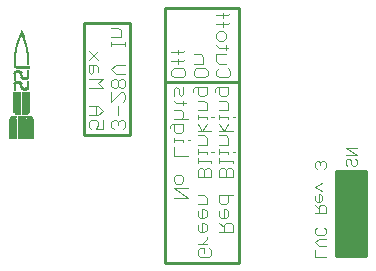
<source format=gbo>
G75*
%MOIN*%
%OFA0B0*%
%FSLAX25Y25*%
%IPPOS*%
%LPD*%
%AMOC8*
5,1,8,0,0,1.08239X$1,22.5*
%
%ADD10C,0.00400*%
%ADD11C,0.00300*%
%ADD12C,0.01000*%
%ADD13R,0.02550X0.00050*%
%ADD14R,0.02500X0.00050*%
%ADD15R,0.02450X0.00050*%
%ADD16R,0.02400X0.00050*%
%ADD17R,0.02350X0.00050*%
%ADD18R,0.02300X0.00050*%
%ADD19R,0.02250X0.00050*%
%ADD20R,0.02200X0.00050*%
%ADD21R,0.02150X0.00050*%
%ADD22R,0.02100X0.00050*%
%ADD23R,0.02050X0.00050*%
%ADD24R,0.02000X0.00050*%
%ADD25R,0.01950X0.00050*%
%ADD26R,0.01900X0.00050*%
%ADD27R,0.01850X0.00050*%
%ADD28R,0.01800X0.00050*%
%ADD29R,0.01750X0.00050*%
%ADD30R,0.01700X0.00050*%
%ADD31R,0.01600X0.00050*%
%ADD32R,0.01550X0.00050*%
%ADD33R,0.01500X0.00050*%
%ADD34R,0.01400X0.00050*%
%ADD35R,0.01300X0.00050*%
%ADD36R,0.01150X0.00050*%
%ADD37R,0.01350X0.00050*%
%ADD38R,0.00750X0.00050*%
%ADD39R,0.00950X0.00050*%
%ADD40R,0.02600X0.00050*%
%ADD41R,0.02650X0.00050*%
%ADD42R,0.02700X0.00050*%
%ADD43R,0.02800X0.00050*%
%ADD44R,0.01050X0.00050*%
%ADD45R,0.00900X0.00050*%
%ADD46R,0.00850X0.00050*%
%ADD47R,0.00800X0.00050*%
%ADD48R,0.01000X0.00050*%
%ADD49R,0.02750X0.00050*%
%ADD50R,0.01450X0.00050*%
%ADD51R,0.00650X0.00050*%
%ADD52R,0.01100X0.00050*%
%ADD53R,0.01250X0.00050*%
%ADD54R,0.03400X0.00050*%
%ADD55R,0.04450X0.00050*%
%ADD56R,0.04550X0.00050*%
%ADD57R,0.04650X0.00050*%
%ADD58R,0.04750X0.00050*%
%ADD59R,0.04800X0.00050*%
%ADD60R,0.04900X0.00050*%
%ADD61R,0.04950X0.00050*%
%ADD62R,0.05000X0.00050*%
%ADD63R,0.05050X0.00050*%
%ADD64R,0.05100X0.00050*%
%ADD65R,0.05150X0.00050*%
%ADD66R,0.05200X0.00050*%
%ADD67R,0.01650X0.00050*%
%ADD68R,0.01200X0.00050*%
%ADD69R,0.00700X0.00050*%
%ADD70R,0.00600X0.00050*%
%ADD71R,0.00550X0.00050*%
%ADD72R,0.00500X0.00050*%
%ADD73R,0.00450X0.00050*%
%ADD74R,0.00400X0.00050*%
%ADD75R,0.00350X0.00050*%
%ADD76R,0.00250X0.00050*%
%ADD77R,0.00200X0.00050*%
%ADD78R,0.00150X0.00050*%
%ADD79R,0.00100X0.00050*%
%ADD80R,0.00050X0.00050*%
D10*
X0075450Y0066297D02*
X0075450Y0067831D01*
X0076217Y0068599D01*
X0077752Y0068599D01*
X0077752Y0067064D01*
X0079287Y0068599D02*
X0080054Y0067831D01*
X0080054Y0066297D01*
X0079287Y0065529D01*
X0076217Y0065529D01*
X0075450Y0066297D01*
X0075450Y0070133D02*
X0078519Y0070133D01*
X0076985Y0070133D02*
X0078519Y0071668D01*
X0078519Y0072435D01*
X0077752Y0073970D02*
X0076217Y0073970D01*
X0075450Y0074737D01*
X0075450Y0076272D01*
X0076985Y0077039D02*
X0076985Y0073970D01*
X0077752Y0073970D02*
X0078519Y0074737D01*
X0078519Y0076272D01*
X0077752Y0077039D01*
X0076985Y0077039D01*
X0076985Y0078574D02*
X0076985Y0081643D01*
X0077752Y0081643D01*
X0078519Y0080876D01*
X0078519Y0079341D01*
X0077752Y0078574D01*
X0076217Y0078574D01*
X0075450Y0079341D01*
X0075450Y0080876D01*
X0075450Y0083178D02*
X0078519Y0083178D01*
X0078519Y0085480D01*
X0077752Y0086247D01*
X0075450Y0086247D01*
X0072241Y0085480D02*
X0067638Y0088549D01*
X0072241Y0088549D01*
X0070707Y0090851D02*
X0069939Y0090084D01*
X0068405Y0090084D01*
X0067638Y0090851D01*
X0067638Y0092386D01*
X0068405Y0093153D01*
X0069939Y0093153D01*
X0070707Y0092386D01*
X0070707Y0090851D01*
X0075450Y0092386D02*
X0075450Y0094688D01*
X0076217Y0095455D01*
X0076985Y0095455D01*
X0077752Y0094688D01*
X0077752Y0092386D01*
X0080054Y0092386D02*
X0080054Y0094688D01*
X0079287Y0095455D01*
X0078519Y0095455D01*
X0077752Y0094688D01*
X0080054Y0096989D02*
X0080054Y0097757D01*
X0075450Y0097757D01*
X0075450Y0098524D02*
X0075450Y0096989D01*
X0075450Y0100059D02*
X0075450Y0101593D01*
X0075450Y0100826D02*
X0078519Y0100826D01*
X0078519Y0100059D01*
X0080054Y0100826D02*
X0080821Y0100826D01*
X0082638Y0100826D02*
X0085707Y0100826D01*
X0085707Y0100059D01*
X0087241Y0100826D02*
X0088009Y0100826D01*
X0087241Y0097757D02*
X0082638Y0097757D01*
X0082638Y0098524D02*
X0082638Y0096989D01*
X0083405Y0095455D02*
X0082638Y0094688D01*
X0082638Y0092386D01*
X0087241Y0092386D01*
X0087241Y0094688D01*
X0086474Y0095455D01*
X0085707Y0095455D01*
X0084939Y0094688D01*
X0084939Y0092386D01*
X0084939Y0094688D02*
X0084172Y0095455D01*
X0083405Y0095455D01*
X0087241Y0096989D02*
X0087241Y0097757D01*
X0082638Y0100059D02*
X0082638Y0101593D01*
X0082638Y0103128D02*
X0085707Y0103128D01*
X0085707Y0105430D01*
X0084939Y0106197D01*
X0082638Y0106197D01*
X0082638Y0107732D02*
X0087241Y0107732D01*
X0085707Y0110034D02*
X0084172Y0107732D01*
X0082638Y0110034D01*
X0082638Y0111569D02*
X0082638Y0113103D01*
X0082638Y0112336D02*
X0085707Y0112336D01*
X0085707Y0111569D01*
X0087241Y0112336D02*
X0088009Y0112336D01*
X0085707Y0114638D02*
X0085707Y0116940D01*
X0084939Y0117707D01*
X0082638Y0117707D01*
X0083405Y0119242D02*
X0082638Y0120009D01*
X0082638Y0122311D01*
X0081870Y0122311D02*
X0081103Y0121544D01*
X0081103Y0120776D01*
X0081870Y0122311D02*
X0085707Y0122311D01*
X0085707Y0120009D01*
X0084939Y0119242D01*
X0083405Y0119242D01*
X0082638Y0114638D02*
X0085707Y0114638D01*
X0080821Y0112336D02*
X0080054Y0112336D01*
X0078519Y0112336D02*
X0078519Y0111569D01*
X0078519Y0112336D02*
X0075450Y0112336D01*
X0075450Y0111569D02*
X0075450Y0113103D01*
X0075450Y0114638D02*
X0078519Y0114638D01*
X0078519Y0116940D01*
X0077752Y0117707D01*
X0075450Y0117707D01*
X0076217Y0119242D02*
X0075450Y0120009D01*
X0075450Y0122311D01*
X0074683Y0122311D02*
X0078519Y0122311D01*
X0078519Y0120009D01*
X0077752Y0119242D01*
X0076217Y0119242D01*
X0073915Y0120776D02*
X0073915Y0121544D01*
X0074683Y0122311D01*
X0074967Y0125514D02*
X0074200Y0126281D01*
X0074200Y0127816D01*
X0074967Y0128583D01*
X0078037Y0128583D01*
X0078804Y0127816D01*
X0078804Y0126281D01*
X0078037Y0125514D01*
X0074967Y0125514D01*
X0071304Y0126281D02*
X0071304Y0127816D01*
X0070537Y0128583D01*
X0067467Y0128583D01*
X0066700Y0127816D01*
X0066700Y0126281D01*
X0067467Y0125514D01*
X0070537Y0125514D01*
X0071304Y0126281D01*
X0070707Y0122311D02*
X0070707Y0120009D01*
X0069939Y0119242D01*
X0069172Y0120009D01*
X0069172Y0121544D01*
X0068405Y0122311D01*
X0067638Y0121544D01*
X0067638Y0119242D01*
X0067638Y0117707D02*
X0068405Y0116940D01*
X0071474Y0116940D01*
X0070707Y0116173D02*
X0070707Y0117707D01*
X0069939Y0114638D02*
X0067638Y0114638D01*
X0069939Y0114638D02*
X0070707Y0113871D01*
X0070707Y0112336D01*
X0069939Y0111569D01*
X0070707Y0110034D02*
X0066870Y0110034D01*
X0066103Y0109267D01*
X0066103Y0108499D01*
X0067638Y0107732D02*
X0067638Y0110034D01*
X0067638Y0111569D02*
X0072241Y0111569D01*
X0070707Y0110034D02*
X0070707Y0107732D01*
X0069939Y0106965D01*
X0068405Y0106965D01*
X0067638Y0107732D01*
X0067638Y0105430D02*
X0067638Y0103895D01*
X0067638Y0104663D02*
X0070707Y0104663D01*
X0070707Y0103895D01*
X0072241Y0104663D02*
X0073009Y0104663D01*
X0075450Y0106197D02*
X0077752Y0106197D01*
X0078519Y0105430D01*
X0078519Y0103128D01*
X0075450Y0103128D01*
X0075450Y0107732D02*
X0080054Y0107732D01*
X0078519Y0110034D02*
X0076985Y0107732D01*
X0075450Y0110034D01*
X0067638Y0102361D02*
X0067638Y0099291D01*
X0072241Y0099291D01*
X0075450Y0092386D02*
X0080054Y0092386D01*
X0082638Y0086247D02*
X0082638Y0083945D01*
X0083405Y0083178D01*
X0084939Y0083178D01*
X0085707Y0083945D01*
X0085707Y0086247D01*
X0087241Y0086247D02*
X0082638Y0086247D01*
X0084172Y0081643D02*
X0084172Y0078574D01*
X0083405Y0078574D02*
X0084939Y0078574D01*
X0085707Y0079341D01*
X0085707Y0080876D01*
X0084939Y0081643D01*
X0084172Y0081643D01*
X0082638Y0080876D02*
X0082638Y0079341D01*
X0083405Y0078574D01*
X0082638Y0077039D02*
X0084172Y0075505D01*
X0084172Y0076272D02*
X0084172Y0073970D01*
X0082638Y0073970D02*
X0087241Y0073970D01*
X0087241Y0076272D01*
X0086474Y0077039D01*
X0084939Y0077039D01*
X0084172Y0076272D01*
X0072241Y0085480D02*
X0067638Y0085480D01*
X0050537Y0108237D02*
X0051304Y0109004D01*
X0051304Y0110538D01*
X0050537Y0111306D01*
X0049769Y0111306D01*
X0049002Y0110538D01*
X0048235Y0111306D01*
X0047467Y0111306D01*
X0046700Y0110538D01*
X0046700Y0109004D01*
X0047467Y0108237D01*
X0049002Y0109771D02*
X0049002Y0110538D01*
X0049002Y0112840D02*
X0049002Y0115910D01*
X0050537Y0117444D02*
X0051304Y0118212D01*
X0051304Y0119746D01*
X0050537Y0120514D01*
X0049769Y0120514D01*
X0046700Y0117444D01*
X0046700Y0120514D01*
X0047467Y0122048D02*
X0046700Y0122816D01*
X0046700Y0124350D01*
X0047467Y0125118D01*
X0048235Y0125118D01*
X0049002Y0124350D01*
X0049002Y0122816D01*
X0049769Y0122048D01*
X0050537Y0122048D01*
X0051304Y0122816D01*
X0051304Y0124350D01*
X0050537Y0125118D01*
X0049769Y0125118D01*
X0049002Y0124350D01*
X0049002Y0122816D02*
X0048235Y0122048D01*
X0047467Y0122048D01*
X0048235Y0126652D02*
X0046700Y0128187D01*
X0048235Y0129721D01*
X0051304Y0129721D01*
X0051304Y0126652D02*
X0048235Y0126652D01*
X0043804Y0125118D02*
X0042269Y0123583D01*
X0043804Y0122048D01*
X0039200Y0122048D01*
X0039200Y0125118D02*
X0043804Y0125118D01*
X0042269Y0127420D02*
X0042269Y0128954D01*
X0041502Y0129721D01*
X0039200Y0129721D01*
X0039200Y0127420D01*
X0039967Y0126652D01*
X0040735Y0127420D01*
X0040735Y0129721D01*
X0042269Y0131256D02*
X0039200Y0134325D01*
X0039200Y0131256D02*
X0042269Y0134325D01*
X0046700Y0135860D02*
X0046700Y0137395D01*
X0046700Y0136627D02*
X0051304Y0136627D01*
X0051304Y0135860D02*
X0051304Y0137395D01*
X0049769Y0138929D02*
X0049769Y0141231D01*
X0049002Y0141999D01*
X0046700Y0141999D01*
X0046700Y0138929D02*
X0049769Y0138929D01*
X0066700Y0133954D02*
X0070537Y0133954D01*
X0071304Y0134721D01*
X0069002Y0134721D02*
X0069002Y0133187D01*
X0069002Y0131652D02*
X0069002Y0130118D01*
X0070537Y0130885D02*
X0071304Y0131652D01*
X0070537Y0130885D02*
X0066700Y0130885D01*
X0074200Y0130118D02*
X0077269Y0130118D01*
X0077269Y0132420D01*
X0076502Y0133187D01*
X0074200Y0133187D01*
X0081700Y0133187D02*
X0081700Y0130885D01*
X0082467Y0130118D01*
X0084769Y0130118D01*
X0085537Y0128583D02*
X0086304Y0127816D01*
X0086304Y0126281D01*
X0085537Y0125514D01*
X0082467Y0125514D01*
X0081700Y0126281D01*
X0081700Y0127816D01*
X0082467Y0128583D01*
X0081700Y0133187D02*
X0084769Y0133187D01*
X0084769Y0134722D02*
X0084769Y0136256D01*
X0085537Y0135489D02*
X0082467Y0135489D01*
X0081700Y0136256D01*
X0082467Y0137791D02*
X0081700Y0138558D01*
X0081700Y0140093D01*
X0082467Y0140860D01*
X0084002Y0140860D01*
X0084769Y0140093D01*
X0084769Y0138558D01*
X0084002Y0137791D01*
X0082467Y0137791D01*
X0084002Y0142395D02*
X0084002Y0143929D01*
X0084002Y0145464D02*
X0084002Y0146999D01*
X0085537Y0146231D02*
X0081700Y0146231D01*
X0081700Y0143162D02*
X0085537Y0143162D01*
X0086304Y0143929D01*
X0085537Y0146231D02*
X0086304Y0146999D01*
X0043804Y0114375D02*
X0042269Y0112840D01*
X0039200Y0112840D01*
X0039967Y0111306D02*
X0039200Y0110538D01*
X0039200Y0109004D01*
X0039967Y0108237D01*
X0041502Y0108237D02*
X0042269Y0109771D01*
X0042269Y0110538D01*
X0041502Y0111306D01*
X0039967Y0111306D01*
X0041502Y0112840D02*
X0041502Y0115910D01*
X0042269Y0115910D02*
X0039200Y0115910D01*
X0042269Y0115910D02*
X0043804Y0114375D01*
X0043804Y0111306D02*
X0043804Y0108237D01*
X0041502Y0108237D01*
D11*
X0114525Y0096964D02*
X0114525Y0095730D01*
X0115142Y0095113D01*
X0116377Y0096347D02*
X0116377Y0096964D01*
X0115759Y0097581D01*
X0115142Y0097581D01*
X0114525Y0096964D01*
X0116377Y0096964D02*
X0116994Y0097581D01*
X0117611Y0097581D01*
X0118228Y0096964D01*
X0118228Y0095730D01*
X0117611Y0095113D01*
X0116994Y0090215D02*
X0114525Y0088981D01*
X0116994Y0087746D01*
X0116377Y0086532D02*
X0115759Y0086532D01*
X0115759Y0084063D01*
X0115142Y0084063D02*
X0116377Y0084063D01*
X0116994Y0084680D01*
X0116994Y0085915D01*
X0116377Y0086532D01*
X0114525Y0085915D02*
X0114525Y0084680D01*
X0115142Y0084063D01*
X0114525Y0082849D02*
X0115759Y0081614D01*
X0115759Y0082232D02*
X0115759Y0080380D01*
X0114525Y0080380D02*
X0118228Y0080380D01*
X0118228Y0082232D01*
X0117611Y0082849D01*
X0116377Y0082849D01*
X0115759Y0082232D01*
X0115142Y0075483D02*
X0114525Y0074865D01*
X0114525Y0073631D01*
X0115142Y0073014D01*
X0117611Y0073014D01*
X0118228Y0073631D01*
X0118228Y0074865D01*
X0117611Y0075483D01*
X0118228Y0071799D02*
X0115759Y0071799D01*
X0114525Y0070565D01*
X0115759Y0069331D01*
X0118228Y0069331D01*
X0118228Y0065648D02*
X0114525Y0065648D01*
X0114525Y0068116D01*
X0125392Y0095983D02*
X0124775Y0096601D01*
X0124775Y0097835D01*
X0125392Y0098452D01*
X0126009Y0098452D01*
X0126627Y0097835D01*
X0126627Y0096601D01*
X0127244Y0095983D01*
X0127861Y0095983D01*
X0128478Y0096601D01*
X0128478Y0097835D01*
X0127861Y0098452D01*
X0128478Y0099666D02*
X0124775Y0102135D01*
X0128478Y0102135D01*
X0128478Y0099666D02*
X0124775Y0099666D01*
D12*
X0089312Y0063646D02*
X0064625Y0063646D01*
X0064625Y0123958D01*
X0089312Y0123958D01*
X0089312Y0148646D01*
X0064625Y0148646D01*
X0064625Y0123958D01*
X0053062Y0106458D02*
X0053062Y0143646D01*
X0037438Y0143646D01*
X0037438Y0106458D01*
X0053062Y0106458D01*
X0089312Y0123958D02*
X0089312Y0063646D01*
X0121500Y0066146D02*
X0121500Y0094271D01*
X0131500Y0094271D01*
X0131500Y0066146D01*
X0121500Y0066146D01*
X0121500Y0066292D02*
X0131500Y0066292D01*
X0131500Y0067290D02*
X0121500Y0067290D01*
X0121500Y0068289D02*
X0131500Y0068289D01*
X0131500Y0069287D02*
X0121500Y0069287D01*
X0121500Y0070286D02*
X0131500Y0070286D01*
X0131500Y0071284D02*
X0121500Y0071284D01*
X0121500Y0072283D02*
X0131500Y0072283D01*
X0131500Y0073281D02*
X0121500Y0073281D01*
X0121500Y0074280D02*
X0131500Y0074280D01*
X0131500Y0075278D02*
X0121500Y0075278D01*
X0121500Y0076277D02*
X0131500Y0076277D01*
X0131500Y0077275D02*
X0121500Y0077275D01*
X0121500Y0078274D02*
X0131500Y0078274D01*
X0131500Y0079272D02*
X0121500Y0079272D01*
X0121500Y0080271D02*
X0131500Y0080271D01*
X0131500Y0081269D02*
X0121500Y0081269D01*
X0121500Y0082268D02*
X0131500Y0082268D01*
X0131500Y0083266D02*
X0121500Y0083266D01*
X0121500Y0084265D02*
X0131500Y0084265D01*
X0131500Y0085263D02*
X0121500Y0085263D01*
X0121500Y0086262D02*
X0131500Y0086262D01*
X0131500Y0087260D02*
X0121500Y0087260D01*
X0121500Y0088259D02*
X0131500Y0088259D01*
X0131500Y0089257D02*
X0121500Y0089257D01*
X0121500Y0090256D02*
X0131500Y0090256D01*
X0131500Y0091254D02*
X0121500Y0091254D01*
X0121500Y0092253D02*
X0131500Y0092253D01*
X0131500Y0093251D02*
X0121500Y0093251D01*
X0121500Y0094250D02*
X0131500Y0094250D01*
D13*
X0019750Y0104833D03*
X0019750Y0104883D03*
X0019750Y0104933D03*
X0019750Y0104983D03*
X0019750Y0105033D03*
X0019750Y0105083D03*
X0019750Y0105133D03*
X0019750Y0105183D03*
X0019750Y0105233D03*
X0019750Y0105283D03*
X0019750Y0105333D03*
X0019750Y0105383D03*
X0019750Y0105433D03*
X0019750Y0105483D03*
X0019750Y0105533D03*
X0019750Y0105583D03*
X0019750Y0105633D03*
X0019750Y0105683D03*
X0019750Y0105733D03*
X0019750Y0105783D03*
X0019750Y0105833D03*
X0019750Y0105883D03*
X0019750Y0105933D03*
X0019750Y0105983D03*
X0019750Y0106033D03*
X0019750Y0106083D03*
X0019750Y0106133D03*
X0019750Y0106183D03*
X0019750Y0106233D03*
X0019750Y0106283D03*
X0019750Y0106333D03*
X0019750Y0106383D03*
X0019750Y0106433D03*
X0019750Y0106483D03*
X0019750Y0106533D03*
X0019750Y0106583D03*
X0019750Y0106633D03*
X0019750Y0106683D03*
X0019750Y0106733D03*
X0019750Y0106783D03*
X0019750Y0106833D03*
X0019750Y0106883D03*
X0019750Y0106933D03*
X0019750Y0106983D03*
X0019750Y0107033D03*
X0019750Y0107083D03*
X0019750Y0107133D03*
X0019750Y0107183D03*
X0019750Y0107233D03*
X0019750Y0107283D03*
X0019750Y0107333D03*
X0019750Y0107383D03*
X0019750Y0107433D03*
X0019750Y0107483D03*
X0019750Y0107533D03*
X0019750Y0107583D03*
X0019750Y0107633D03*
X0019750Y0107683D03*
X0019750Y0107733D03*
X0019750Y0107783D03*
X0019750Y0107833D03*
X0019750Y0107883D03*
X0019750Y0107933D03*
X0019750Y0107983D03*
X0019750Y0108033D03*
X0019750Y0108083D03*
X0019750Y0108133D03*
X0019750Y0108183D03*
X0019750Y0108233D03*
X0019750Y0108283D03*
X0019750Y0108333D03*
X0019750Y0108383D03*
X0019750Y0108433D03*
X0019750Y0108483D03*
X0019750Y0108533D03*
X0019750Y0108583D03*
X0019750Y0108633D03*
X0019750Y0108683D03*
X0019750Y0108733D03*
X0019750Y0108783D03*
X0019750Y0108833D03*
X0019750Y0108883D03*
X0019750Y0108933D03*
X0019750Y0108983D03*
X0019750Y0109033D03*
X0019750Y0109083D03*
X0019750Y0109133D03*
X0019750Y0109183D03*
X0019750Y0109233D03*
X0019750Y0109283D03*
X0019750Y0109333D03*
X0019750Y0109383D03*
X0019750Y0109433D03*
X0019750Y0109483D03*
X0019750Y0109533D03*
X0019750Y0109583D03*
X0019750Y0109633D03*
X0019750Y0109683D03*
X0019750Y0109733D03*
X0019750Y0109783D03*
X0019750Y0109833D03*
X0019750Y0109883D03*
X0019750Y0109933D03*
X0019750Y0109983D03*
X0019750Y0110033D03*
X0019750Y0110083D03*
X0019750Y0110133D03*
X0019750Y0110183D03*
X0019750Y0110233D03*
X0019750Y0110283D03*
X0019750Y0110333D03*
X0019750Y0110383D03*
X0019750Y0110433D03*
X0019750Y0110483D03*
X0019750Y0110533D03*
X0019750Y0110583D03*
X0019750Y0110633D03*
X0016800Y0110633D03*
X0016800Y0110583D03*
X0016800Y0110533D03*
X0016800Y0110483D03*
X0016800Y0110433D03*
X0016800Y0110383D03*
X0016800Y0110333D03*
X0016800Y0110283D03*
X0016800Y0110233D03*
X0016800Y0110183D03*
X0016800Y0110133D03*
X0016800Y0110083D03*
X0016800Y0110033D03*
X0016800Y0109983D03*
X0016800Y0109933D03*
X0016800Y0109883D03*
X0016800Y0109833D03*
X0016800Y0109783D03*
X0016800Y0109733D03*
X0016800Y0109683D03*
X0016800Y0109633D03*
X0016800Y0109583D03*
X0016800Y0109533D03*
X0016800Y0109483D03*
X0016800Y0109433D03*
X0016800Y0109383D03*
X0016800Y0109333D03*
X0016800Y0109283D03*
X0016800Y0109233D03*
X0016800Y0109183D03*
X0016800Y0109133D03*
X0016800Y0109083D03*
X0016800Y0109033D03*
X0016800Y0108983D03*
X0016800Y0108933D03*
X0016800Y0108883D03*
X0016800Y0108833D03*
X0016800Y0108783D03*
X0016800Y0108733D03*
X0016800Y0108683D03*
X0016800Y0108633D03*
X0016800Y0108583D03*
X0016800Y0108533D03*
X0016800Y0108483D03*
X0016800Y0108433D03*
X0016800Y0108383D03*
X0016800Y0108333D03*
X0016800Y0108283D03*
X0016800Y0108233D03*
X0016800Y0108183D03*
X0016800Y0108133D03*
X0016800Y0108083D03*
X0016800Y0108033D03*
X0016800Y0107983D03*
X0016800Y0107933D03*
X0016800Y0107883D03*
X0016800Y0107833D03*
X0016800Y0107783D03*
X0016800Y0107733D03*
X0016800Y0107683D03*
X0016800Y0107633D03*
X0016800Y0107583D03*
X0016800Y0107533D03*
X0016800Y0107483D03*
X0016800Y0107433D03*
X0016800Y0107383D03*
X0016800Y0107333D03*
X0016800Y0107283D03*
X0016800Y0107233D03*
X0016800Y0107183D03*
X0016800Y0107133D03*
X0016800Y0107083D03*
X0016800Y0107033D03*
X0016800Y0106983D03*
X0016800Y0106933D03*
X0016800Y0106883D03*
X0016800Y0106833D03*
X0016800Y0106783D03*
X0016800Y0106733D03*
X0016800Y0106683D03*
X0016800Y0106633D03*
X0016800Y0106583D03*
X0016800Y0106533D03*
X0016800Y0106483D03*
X0016800Y0106433D03*
X0016800Y0106383D03*
X0016800Y0106333D03*
X0016800Y0106283D03*
X0016800Y0106233D03*
X0016800Y0106183D03*
X0016800Y0106133D03*
X0016800Y0106083D03*
X0016800Y0106033D03*
X0016800Y0105983D03*
X0016800Y0105933D03*
X0016800Y0105883D03*
X0016800Y0105833D03*
X0016800Y0105783D03*
X0016800Y0105733D03*
X0016800Y0105683D03*
X0016800Y0105633D03*
X0016800Y0105583D03*
X0016800Y0105533D03*
X0016800Y0105483D03*
X0016800Y0105433D03*
X0016800Y0105383D03*
X0016800Y0105333D03*
X0016800Y0105283D03*
X0016800Y0105233D03*
X0016800Y0105183D03*
X0016800Y0105133D03*
X0016800Y0105083D03*
X0016800Y0105033D03*
X0016800Y0104983D03*
X0016800Y0104933D03*
X0016800Y0104883D03*
X0016800Y0104833D03*
X0013850Y0104833D03*
X0013850Y0104883D03*
X0013850Y0104933D03*
X0013850Y0104983D03*
X0013850Y0105033D03*
X0013850Y0105083D03*
X0013850Y0105133D03*
X0013850Y0105183D03*
X0013850Y0105233D03*
X0013850Y0105283D03*
X0013850Y0105333D03*
X0013850Y0105383D03*
X0013850Y0105433D03*
X0013850Y0105483D03*
X0013850Y0105533D03*
X0013850Y0105583D03*
X0013850Y0105633D03*
X0013850Y0105683D03*
X0013850Y0105733D03*
X0013850Y0105783D03*
X0013850Y0105833D03*
X0013850Y0105883D03*
X0013850Y0105933D03*
X0013850Y0105983D03*
X0013850Y0106033D03*
X0013850Y0106083D03*
X0013850Y0106133D03*
X0013850Y0106183D03*
X0013850Y0106233D03*
X0013850Y0106283D03*
X0013850Y0106333D03*
X0013850Y0106383D03*
X0013850Y0106433D03*
X0013850Y0106483D03*
X0013850Y0106533D03*
X0013850Y0106583D03*
X0013850Y0106633D03*
X0013850Y0106683D03*
X0013850Y0106733D03*
X0013850Y0106783D03*
X0013850Y0106833D03*
X0013850Y0106883D03*
X0013850Y0106933D03*
X0013850Y0106983D03*
X0013850Y0107033D03*
X0013850Y0107083D03*
X0013850Y0107133D03*
X0013850Y0107183D03*
X0013850Y0107233D03*
X0013850Y0107283D03*
X0013850Y0107333D03*
X0013850Y0107383D03*
X0013850Y0107433D03*
X0013850Y0107483D03*
X0013850Y0107533D03*
X0013850Y0107583D03*
X0013850Y0107633D03*
X0013850Y0107683D03*
X0013850Y0107733D03*
X0013850Y0107783D03*
X0013850Y0107833D03*
X0013850Y0107883D03*
X0013850Y0107933D03*
X0013850Y0107983D03*
X0013850Y0108033D03*
X0013850Y0108083D03*
X0013850Y0108133D03*
X0013850Y0108183D03*
X0013850Y0108233D03*
X0013850Y0108283D03*
X0013850Y0108333D03*
X0013850Y0108383D03*
X0013850Y0108433D03*
X0013850Y0108483D03*
X0013850Y0108533D03*
X0013850Y0108583D03*
X0013850Y0108633D03*
X0013850Y0108683D03*
X0013850Y0108733D03*
X0013850Y0108783D03*
X0013850Y0108833D03*
X0013850Y0108883D03*
X0013850Y0108933D03*
X0013850Y0108983D03*
X0013850Y0109033D03*
X0013850Y0109083D03*
X0013850Y0109133D03*
X0013850Y0109183D03*
X0013850Y0109233D03*
X0013850Y0109283D03*
X0013850Y0109333D03*
X0013850Y0109383D03*
X0013850Y0109433D03*
X0013850Y0109483D03*
X0013850Y0109533D03*
X0013850Y0109583D03*
X0013850Y0109633D03*
X0013850Y0109683D03*
X0013850Y0109733D03*
X0013850Y0109783D03*
X0013850Y0109833D03*
X0013850Y0109883D03*
X0013850Y0109933D03*
X0013850Y0109983D03*
X0013850Y0110033D03*
X0013850Y0110083D03*
X0013850Y0110133D03*
X0013850Y0110183D03*
X0013850Y0110233D03*
X0013850Y0110283D03*
X0013850Y0110333D03*
X0013850Y0110383D03*
X0013850Y0110433D03*
X0013850Y0110483D03*
X0013850Y0110533D03*
X0013850Y0110583D03*
X0013850Y0110633D03*
X0013850Y0110683D03*
X0016800Y0110683D03*
X0016800Y0110733D03*
X0016800Y0110783D03*
X0016800Y0110833D03*
X0016800Y0110883D03*
X0016800Y0110933D03*
X0016800Y0110983D03*
X0016800Y0111033D03*
X0016800Y0111083D03*
X0016800Y0111133D03*
X0016800Y0111183D03*
X0016800Y0111233D03*
X0016800Y0111283D03*
X0016800Y0111333D03*
X0016800Y0111383D03*
X0016800Y0111433D03*
X0016800Y0111483D03*
X0016800Y0111533D03*
X0016800Y0111583D03*
X0016800Y0111633D03*
X0016800Y0111683D03*
X0016800Y0111733D03*
X0016800Y0111783D03*
X0016800Y0111833D03*
X0016800Y0111883D03*
X0016800Y0111933D03*
X0016800Y0111983D03*
X0016800Y0112033D03*
X0016800Y0112083D03*
X0016800Y0112133D03*
X0016800Y0112183D03*
X0016800Y0112233D03*
X0016800Y0112283D03*
X0016800Y0112333D03*
X0015650Y0123483D03*
X0017850Y0125183D03*
D14*
X0017825Y0125133D03*
X0015675Y0127133D03*
X0017825Y0121533D03*
X0018275Y0120333D03*
X0018275Y0120283D03*
X0018275Y0120233D03*
X0018275Y0120183D03*
X0018275Y0120133D03*
X0018275Y0120083D03*
X0018275Y0120033D03*
X0018275Y0119983D03*
X0018275Y0119933D03*
X0018275Y0119883D03*
X0018275Y0119833D03*
X0018275Y0119783D03*
X0018275Y0119733D03*
X0018275Y0119683D03*
X0018275Y0119633D03*
X0018275Y0119583D03*
X0018275Y0119533D03*
X0018275Y0119483D03*
X0018275Y0119433D03*
X0018275Y0119383D03*
X0018275Y0119333D03*
X0018275Y0119283D03*
X0018275Y0119233D03*
X0018275Y0119183D03*
X0018275Y0119133D03*
X0018275Y0119083D03*
X0018275Y0119033D03*
X0018275Y0118983D03*
X0018275Y0118933D03*
X0018275Y0118883D03*
X0018275Y0118833D03*
X0018275Y0118783D03*
X0018275Y0118733D03*
X0018275Y0118683D03*
X0018275Y0118633D03*
X0018275Y0118583D03*
X0018275Y0118533D03*
X0018275Y0118483D03*
X0018275Y0118433D03*
X0018275Y0118383D03*
X0018275Y0118333D03*
X0018275Y0118283D03*
X0018275Y0118233D03*
X0018275Y0118183D03*
X0018275Y0118133D03*
X0018275Y0118083D03*
X0018275Y0118033D03*
X0018275Y0117983D03*
X0018275Y0117933D03*
X0018275Y0117883D03*
X0018275Y0117833D03*
X0018275Y0117783D03*
X0018275Y0117733D03*
X0018275Y0117683D03*
X0018275Y0117633D03*
X0018275Y0117583D03*
X0018275Y0117533D03*
X0018275Y0117483D03*
X0018275Y0117433D03*
X0018275Y0117383D03*
X0018275Y0117333D03*
X0018275Y0117283D03*
X0018275Y0117233D03*
X0018275Y0117183D03*
X0018275Y0117133D03*
X0018275Y0117083D03*
X0018275Y0117033D03*
X0018275Y0116983D03*
X0018275Y0116933D03*
X0018275Y0116883D03*
X0018275Y0116833D03*
X0018275Y0116783D03*
X0018275Y0116733D03*
X0018275Y0116683D03*
X0018275Y0116633D03*
X0018275Y0116583D03*
X0018275Y0116533D03*
X0018275Y0116483D03*
X0018275Y0116433D03*
X0018275Y0116383D03*
X0018275Y0116333D03*
X0018275Y0116283D03*
X0018275Y0116233D03*
X0018275Y0116183D03*
X0018275Y0116133D03*
X0018275Y0116083D03*
X0018275Y0116033D03*
X0018275Y0115983D03*
X0018275Y0115933D03*
X0018275Y0115883D03*
X0018275Y0115833D03*
X0018275Y0115783D03*
X0018275Y0115733D03*
X0018275Y0115683D03*
X0018275Y0115633D03*
X0018275Y0115583D03*
X0018275Y0115533D03*
X0018275Y0115483D03*
X0018275Y0115433D03*
X0018275Y0115383D03*
X0018275Y0115333D03*
X0018275Y0115283D03*
X0018275Y0115233D03*
X0018275Y0115183D03*
X0018275Y0115133D03*
X0018275Y0115083D03*
X0018275Y0115033D03*
X0018275Y0114983D03*
X0018275Y0114933D03*
X0018275Y0114883D03*
X0018275Y0114833D03*
X0018275Y0114783D03*
X0018275Y0114733D03*
X0018275Y0114683D03*
X0018275Y0114633D03*
X0018275Y0114583D03*
X0018275Y0114533D03*
X0018275Y0114483D03*
X0018275Y0114433D03*
X0018275Y0114383D03*
X0018275Y0114333D03*
X0018275Y0114283D03*
X0018275Y0114233D03*
X0015325Y0114233D03*
X0015325Y0114283D03*
X0015325Y0114333D03*
X0015325Y0114383D03*
X0015325Y0114433D03*
X0015325Y0114483D03*
X0015325Y0114533D03*
X0015325Y0114583D03*
X0015325Y0114633D03*
X0015325Y0114683D03*
X0015325Y0114733D03*
X0015325Y0114783D03*
X0015325Y0114833D03*
X0015325Y0114883D03*
X0015325Y0114933D03*
X0015325Y0114983D03*
X0015325Y0115033D03*
X0015325Y0115083D03*
X0015325Y0115133D03*
X0015325Y0115183D03*
X0015325Y0115233D03*
X0015325Y0115283D03*
X0015325Y0115333D03*
X0015325Y0115383D03*
X0015325Y0115433D03*
X0015325Y0115483D03*
X0015325Y0115533D03*
X0015325Y0115583D03*
X0015325Y0115633D03*
X0015325Y0115683D03*
X0015325Y0115733D03*
X0015325Y0115783D03*
X0015325Y0115833D03*
X0015325Y0115883D03*
X0015325Y0115933D03*
X0015325Y0115983D03*
X0015325Y0116033D03*
X0015325Y0116083D03*
X0015325Y0116133D03*
X0015325Y0116183D03*
X0015325Y0116233D03*
X0015325Y0116283D03*
X0015325Y0116333D03*
X0015325Y0116383D03*
X0015325Y0116433D03*
X0015325Y0116483D03*
X0015325Y0116533D03*
X0015325Y0116583D03*
X0015325Y0116633D03*
X0015325Y0116683D03*
X0015325Y0116733D03*
X0015325Y0116783D03*
X0015325Y0116833D03*
X0015325Y0116883D03*
X0015325Y0116933D03*
X0015325Y0116983D03*
X0015325Y0117033D03*
X0015325Y0117083D03*
X0015325Y0117133D03*
X0015325Y0117183D03*
X0015325Y0117233D03*
X0015325Y0117283D03*
X0015325Y0117333D03*
X0015325Y0117383D03*
X0015325Y0117433D03*
X0015325Y0117483D03*
X0015325Y0117533D03*
X0015325Y0117583D03*
X0015325Y0117633D03*
X0015325Y0117683D03*
X0015325Y0117733D03*
X0015325Y0117783D03*
X0015325Y0117833D03*
X0015325Y0117883D03*
X0015325Y0117933D03*
X0015325Y0117983D03*
X0015325Y0118033D03*
X0015325Y0118083D03*
X0015325Y0118133D03*
X0015325Y0118183D03*
X0015325Y0118233D03*
X0015325Y0118283D03*
X0015325Y0118333D03*
X0015325Y0118383D03*
X0015325Y0118433D03*
X0015325Y0118483D03*
X0015325Y0118533D03*
X0015325Y0118583D03*
X0015325Y0118633D03*
X0015325Y0118683D03*
X0015325Y0118733D03*
X0015325Y0118783D03*
X0015325Y0118833D03*
X0015325Y0118883D03*
X0015325Y0118933D03*
X0015325Y0118983D03*
X0015325Y0119033D03*
X0015325Y0119083D03*
X0015325Y0119133D03*
X0015325Y0119183D03*
X0015325Y0119233D03*
X0015325Y0119283D03*
X0015325Y0119333D03*
X0015325Y0119383D03*
X0015325Y0119433D03*
X0015325Y0119483D03*
X0015325Y0119533D03*
X0015325Y0119583D03*
X0015325Y0119633D03*
X0015325Y0119683D03*
X0015325Y0119733D03*
X0015325Y0119783D03*
X0015325Y0119833D03*
X0015325Y0119883D03*
X0015325Y0119933D03*
X0015325Y0119983D03*
X0015325Y0120033D03*
X0015325Y0120083D03*
X0015325Y0120133D03*
X0015325Y0120183D03*
X0015325Y0120233D03*
X0015325Y0120283D03*
X0015325Y0120333D03*
X0013875Y0111083D03*
X0013875Y0111033D03*
X0013875Y0110983D03*
X0013875Y0110933D03*
X0013875Y0110883D03*
X0013875Y0110833D03*
X0013875Y0110783D03*
X0013875Y0110733D03*
X0019725Y0110733D03*
X0019725Y0110683D03*
X0019725Y0110783D03*
X0019725Y0110833D03*
X0019725Y0110883D03*
X0019725Y0110933D03*
X0019725Y0110983D03*
X0019725Y0111033D03*
D15*
X0019700Y0111083D03*
X0019700Y0111133D03*
X0019700Y0111183D03*
X0019700Y0111233D03*
X0018250Y0113983D03*
X0018250Y0114033D03*
X0018250Y0114083D03*
X0018250Y0114133D03*
X0018250Y0114183D03*
X0015350Y0114183D03*
X0015350Y0114133D03*
X0015350Y0114083D03*
X0015350Y0114033D03*
X0015350Y0113983D03*
X0013900Y0111233D03*
X0013900Y0111183D03*
X0013900Y0111133D03*
X0015650Y0123533D03*
X0015650Y0123583D03*
X0017850Y0125083D03*
X0015650Y0127183D03*
D16*
X0017825Y0121483D03*
X0017825Y0121433D03*
X0018225Y0113933D03*
X0018225Y0113883D03*
X0018225Y0113833D03*
X0019675Y0111383D03*
X0019675Y0111333D03*
X0019675Y0111283D03*
X0015375Y0113833D03*
X0015375Y0113883D03*
X0015375Y0113933D03*
X0013925Y0111383D03*
X0013925Y0111333D03*
X0013925Y0111283D03*
D17*
X0013950Y0111433D03*
X0013950Y0111483D03*
X0015400Y0113683D03*
X0015400Y0113733D03*
X0015400Y0113783D03*
X0018200Y0113783D03*
X0018200Y0113733D03*
X0018200Y0113683D03*
X0019650Y0111483D03*
X0019650Y0111433D03*
X0015650Y0123633D03*
X0017850Y0125033D03*
X0015650Y0127233D03*
D18*
X0017825Y0121383D03*
X0018175Y0113633D03*
X0019625Y0111583D03*
X0019625Y0111533D03*
X0015425Y0113633D03*
X0013975Y0111583D03*
X0013975Y0111533D03*
D19*
X0014000Y0111633D03*
X0014000Y0111683D03*
X0015450Y0113533D03*
X0015450Y0113583D03*
X0018150Y0113583D03*
X0018150Y0113533D03*
X0019600Y0111683D03*
X0019600Y0111633D03*
X0015650Y0123683D03*
X0017850Y0124983D03*
X0015650Y0127283D03*
D20*
X0017825Y0121333D03*
X0018125Y0113483D03*
X0018125Y0113433D03*
X0019575Y0111733D03*
X0015475Y0113433D03*
X0015475Y0113483D03*
X0014025Y0111783D03*
X0014025Y0111733D03*
D21*
X0014050Y0111833D03*
X0015500Y0113383D03*
X0018100Y0113383D03*
X0019550Y0111783D03*
X0015650Y0123733D03*
X0017850Y0124933D03*
X0015650Y0127333D03*
D22*
X0017825Y0121283D03*
X0018075Y0113333D03*
X0018075Y0113283D03*
X0019525Y0111883D03*
X0019525Y0111833D03*
X0015525Y0113283D03*
X0015525Y0113333D03*
X0014075Y0111883D03*
D23*
X0014100Y0111933D03*
X0015550Y0113233D03*
X0018050Y0113233D03*
X0017850Y0124883D03*
X0015650Y0127383D03*
D24*
X0015625Y0123783D03*
X0015575Y0113183D03*
X0014125Y0111983D03*
X0018025Y0113183D03*
X0019475Y0111933D03*
D25*
X0019450Y0111983D03*
X0018000Y0113133D03*
X0014150Y0112033D03*
X0017850Y0121233D03*
X0017850Y0124833D03*
D26*
X0015675Y0127433D03*
X0015625Y0113133D03*
X0019425Y0112033D03*
D27*
X0019400Y0112083D03*
X0017950Y0113083D03*
X0015650Y0113083D03*
X0014200Y0112083D03*
X0015650Y0123833D03*
D28*
X0017825Y0124783D03*
X0017825Y0121183D03*
X0017925Y0113033D03*
X0015675Y0113033D03*
X0014225Y0112133D03*
D29*
X0014250Y0112183D03*
X0019350Y0112133D03*
X0015650Y0127483D03*
D30*
X0015625Y0123883D03*
X0015725Y0112983D03*
X0017875Y0112983D03*
X0019325Y0112183D03*
X0016775Y0139133D03*
X0016775Y0139183D03*
D31*
X0016775Y0139283D03*
X0017825Y0124733D03*
X0017825Y0121133D03*
X0017825Y0112933D03*
X0015775Y0112933D03*
X0014325Y0112233D03*
D32*
X0019250Y0112233D03*
X0015650Y0127533D03*
X0016800Y0139333D03*
D33*
X0016775Y0139383D03*
X0016775Y0139433D03*
X0015825Y0112883D03*
X0014375Y0112283D03*
X0017775Y0112883D03*
D34*
X0019175Y0112283D03*
X0017825Y0121083D03*
X0016775Y0139533D03*
D35*
X0016775Y0139633D03*
X0015925Y0112833D03*
X0014475Y0112333D03*
D36*
X0019050Y0112333D03*
X0016500Y0123183D03*
X0015650Y0123983D03*
X0017000Y0125433D03*
X0016500Y0126833D03*
X0014850Y0126833D03*
X0016800Y0139833D03*
D37*
X0016800Y0139583D03*
X0017850Y0124683D03*
X0017700Y0112833D03*
D38*
X0014550Y0120833D03*
X0014550Y0120883D03*
X0014550Y0120933D03*
X0014550Y0120983D03*
X0014550Y0121033D03*
X0014550Y0121083D03*
X0014550Y0121133D03*
X0014550Y0121183D03*
X0014550Y0121233D03*
X0014550Y0121283D03*
X0014550Y0121333D03*
X0014550Y0121383D03*
X0014550Y0121433D03*
X0014550Y0121483D03*
X0014550Y0121533D03*
X0014550Y0121583D03*
X0014550Y0121633D03*
X0014550Y0121683D03*
X0014550Y0121733D03*
X0014550Y0121783D03*
X0014550Y0121833D03*
X0014550Y0121883D03*
X0014550Y0121933D03*
X0014550Y0121983D03*
X0014550Y0122033D03*
X0014550Y0122083D03*
X0014550Y0122133D03*
X0014550Y0122183D03*
X0014550Y0122233D03*
X0014550Y0122283D03*
X0014550Y0122333D03*
X0014550Y0122383D03*
X0014550Y0122433D03*
X0014550Y0122483D03*
X0016750Y0122433D03*
X0018900Y0122433D03*
X0018900Y0122383D03*
X0018900Y0122333D03*
X0018900Y0122483D03*
X0018900Y0122533D03*
X0018900Y0122583D03*
X0018900Y0122633D03*
X0018900Y0122683D03*
X0018900Y0122733D03*
X0018900Y0122783D03*
X0018900Y0122833D03*
X0018900Y0122883D03*
X0018900Y0122933D03*
X0018900Y0122983D03*
X0018900Y0123033D03*
X0018900Y0123083D03*
X0018900Y0123133D03*
X0018900Y0123183D03*
X0018900Y0123233D03*
X0018900Y0123283D03*
X0018900Y0123333D03*
X0018900Y0123383D03*
X0018900Y0123433D03*
X0018900Y0123483D03*
X0018900Y0123533D03*
X0018900Y0123583D03*
X0018900Y0123633D03*
X0018900Y0123683D03*
X0018900Y0123733D03*
X0018900Y0123783D03*
X0018900Y0123833D03*
X0018900Y0123883D03*
X0018900Y0123933D03*
X0018900Y0123983D03*
X0018900Y0124033D03*
X0018900Y0124083D03*
X0018900Y0124133D03*
X0018900Y0125833D03*
X0018900Y0125883D03*
X0018900Y0125933D03*
X0018900Y0125983D03*
X0018900Y0126033D03*
X0018900Y0126083D03*
X0018900Y0126133D03*
X0016750Y0126133D03*
X0016750Y0126183D03*
X0016750Y0126233D03*
X0016750Y0126283D03*
X0014600Y0126283D03*
X0014600Y0126333D03*
X0014600Y0126383D03*
X0014600Y0126433D03*
X0014650Y0129283D03*
X0014650Y0129333D03*
X0014600Y0131433D03*
X0014600Y0131483D03*
X0014600Y0131533D03*
X0014600Y0131583D03*
X0014600Y0131633D03*
X0014600Y0131683D03*
X0014600Y0131733D03*
X0014600Y0131783D03*
X0014600Y0131833D03*
X0014600Y0131883D03*
X0014600Y0131933D03*
X0014650Y0132883D03*
X0014900Y0134633D03*
X0018700Y0134133D03*
X0018750Y0133833D03*
X0018750Y0133783D03*
X0018800Y0133483D03*
X0018800Y0133433D03*
X0018800Y0133383D03*
X0018850Y0132983D03*
X0018850Y0132933D03*
X0018850Y0132883D03*
X0018850Y0132833D03*
X0018850Y0132783D03*
X0018900Y0131483D03*
X0018900Y0131433D03*
X0018900Y0131383D03*
X0018900Y0131333D03*
X0018900Y0131283D03*
X0018900Y0131233D03*
X0018900Y0131183D03*
X0018900Y0131133D03*
X0018900Y0131083D03*
X0018900Y0131033D03*
X0016800Y0140283D03*
D39*
X0016800Y0140033D03*
X0014750Y0129083D03*
X0014700Y0126733D03*
X0016600Y0126733D03*
X0018800Y0125533D03*
X0018800Y0121933D03*
X0018750Y0121883D03*
X0017800Y0121033D03*
X0016900Y0121883D03*
X0014700Y0123133D03*
D40*
X0017825Y0121583D03*
X0015675Y0127083D03*
D41*
X0015650Y0127033D03*
X0017850Y0125283D03*
X0017850Y0125233D03*
X0015650Y0123433D03*
X0015650Y0123383D03*
X0017850Y0121633D03*
D42*
X0017825Y0121683D03*
X0017825Y0121733D03*
X0015675Y0126983D03*
D43*
X0017825Y0121783D03*
D44*
X0018700Y0121833D03*
X0016950Y0121833D03*
X0014750Y0123183D03*
X0016800Y0139933D03*
D45*
X0016775Y0140083D03*
X0016775Y0140133D03*
X0014725Y0129133D03*
X0014675Y0126683D03*
X0016675Y0126683D03*
X0016675Y0126633D03*
X0016875Y0125583D03*
X0016875Y0125533D03*
X0018825Y0125583D03*
X0016625Y0123083D03*
X0016825Y0122033D03*
X0016875Y0121933D03*
X0018825Y0121983D03*
X0014675Y0123083D03*
D46*
X0014650Y0123033D03*
X0014600Y0122983D03*
X0014600Y0122933D03*
X0014600Y0122883D03*
X0016650Y0122983D03*
X0016650Y0123033D03*
X0016700Y0122933D03*
X0016700Y0122883D03*
X0016800Y0122133D03*
X0016800Y0122083D03*
X0016850Y0121983D03*
X0018850Y0122033D03*
X0018850Y0122083D03*
X0018850Y0125633D03*
X0018850Y0125683D03*
X0016850Y0125633D03*
X0016800Y0125733D03*
X0016800Y0125783D03*
X0016700Y0126533D03*
X0016700Y0126583D03*
X0014650Y0126583D03*
X0014650Y0126633D03*
X0014700Y0129183D03*
X0014800Y0134083D03*
X0014800Y0134133D03*
X0015050Y0135333D03*
X0015100Y0135533D03*
X0015200Y0135883D03*
X0015250Y0136083D03*
X0015300Y0136233D03*
X0015300Y0136283D03*
X0015350Y0136433D03*
X0015400Y0136583D03*
X0015400Y0136633D03*
X0015450Y0136783D03*
X0015450Y0136833D03*
X0015500Y0136933D03*
X0015500Y0136983D03*
X0015550Y0137133D03*
X0015600Y0137283D03*
X0015600Y0137333D03*
X0015650Y0137433D03*
X0015650Y0137483D03*
X0015700Y0137533D03*
X0015700Y0137583D03*
X0015700Y0137633D03*
X0015750Y0137683D03*
X0015750Y0137733D03*
X0015800Y0137833D03*
X0015800Y0137883D03*
X0015850Y0137933D03*
X0015850Y0137983D03*
X0015850Y0138033D03*
X0015900Y0138083D03*
X0015900Y0138133D03*
X0015950Y0138183D03*
X0015950Y0138233D03*
X0015950Y0138283D03*
X0016000Y0138333D03*
X0016000Y0138383D03*
X0016050Y0138433D03*
X0016050Y0138483D03*
X0016100Y0138533D03*
X0016100Y0138583D03*
X0016150Y0138633D03*
X0016150Y0138683D03*
X0016150Y0138733D03*
X0016200Y0138783D03*
X0016200Y0138833D03*
X0016250Y0138883D03*
X0016250Y0138933D03*
X0016300Y0138983D03*
X0016300Y0139033D03*
X0016300Y0139083D03*
X0017250Y0139083D03*
X0017250Y0139033D03*
X0017300Y0138983D03*
X0017300Y0138933D03*
X0017300Y0138883D03*
X0017350Y0138833D03*
X0017350Y0138783D03*
X0017400Y0138733D03*
X0017400Y0138683D03*
X0017400Y0138633D03*
X0017450Y0138583D03*
X0017450Y0138533D03*
X0017500Y0138433D03*
X0017500Y0138383D03*
X0017550Y0138333D03*
X0017550Y0138283D03*
X0017600Y0138183D03*
X0017600Y0138133D03*
X0017650Y0138033D03*
X0017650Y0137983D03*
X0017700Y0137883D03*
X0017700Y0137833D03*
X0017750Y0137733D03*
X0017750Y0137683D03*
X0017800Y0137583D03*
X0017850Y0137433D03*
X0017900Y0137283D03*
X0017950Y0137133D03*
X0017950Y0137083D03*
X0018000Y0136983D03*
X0018000Y0136933D03*
X0018050Y0136833D03*
X0018050Y0136783D03*
X0018100Y0136633D03*
X0018150Y0136483D03*
X0018200Y0136283D03*
X0018250Y0136133D03*
X0018250Y0136083D03*
X0018300Y0135933D03*
X0018350Y0135733D03*
X0018400Y0135533D03*
X0018450Y0135333D03*
X0018500Y0135133D03*
X0016800Y0140183D03*
D47*
X0016775Y0140233D03*
X0017475Y0138483D03*
X0017575Y0138233D03*
X0017625Y0138083D03*
X0017675Y0137933D03*
X0017725Y0137783D03*
X0017775Y0137633D03*
X0017825Y0137533D03*
X0017825Y0137483D03*
X0017875Y0137383D03*
X0017875Y0137333D03*
X0017925Y0137233D03*
X0017925Y0137183D03*
X0017975Y0137033D03*
X0018025Y0136883D03*
X0018075Y0136733D03*
X0018075Y0136683D03*
X0018125Y0136583D03*
X0018125Y0136533D03*
X0018175Y0136433D03*
X0018175Y0136383D03*
X0018175Y0136333D03*
X0018225Y0136233D03*
X0018225Y0136183D03*
X0018275Y0136033D03*
X0018275Y0135983D03*
X0018325Y0135883D03*
X0018325Y0135833D03*
X0018325Y0135783D03*
X0018375Y0135683D03*
X0018375Y0135633D03*
X0018375Y0135583D03*
X0018425Y0135483D03*
X0018425Y0135433D03*
X0018425Y0135383D03*
X0018475Y0135283D03*
X0018475Y0135233D03*
X0018475Y0135183D03*
X0018525Y0135083D03*
X0018525Y0135033D03*
X0018525Y0134983D03*
X0018525Y0134933D03*
X0018575Y0134883D03*
X0018575Y0134833D03*
X0018575Y0134783D03*
X0018575Y0134733D03*
X0018575Y0134683D03*
X0018625Y0134633D03*
X0018625Y0134583D03*
X0018625Y0134533D03*
X0018625Y0134483D03*
X0018625Y0134433D03*
X0018675Y0134383D03*
X0018675Y0134333D03*
X0018675Y0134283D03*
X0018675Y0134233D03*
X0018675Y0134183D03*
X0018725Y0134083D03*
X0018725Y0134033D03*
X0018725Y0133983D03*
X0018725Y0133933D03*
X0018725Y0133883D03*
X0018775Y0133733D03*
X0018775Y0133683D03*
X0018775Y0133633D03*
X0018775Y0133583D03*
X0018775Y0133533D03*
X0018825Y0133333D03*
X0018825Y0133283D03*
X0018825Y0133233D03*
X0018825Y0133183D03*
X0018825Y0133133D03*
X0018825Y0133083D03*
X0018825Y0133033D03*
X0018875Y0132733D03*
X0018875Y0132683D03*
X0018875Y0132633D03*
X0018875Y0132583D03*
X0018875Y0132533D03*
X0018875Y0132483D03*
X0018875Y0132433D03*
X0018875Y0132383D03*
X0018875Y0132333D03*
X0018875Y0132283D03*
X0018875Y0132233D03*
X0018875Y0132183D03*
X0018875Y0132133D03*
X0018875Y0132083D03*
X0018875Y0132033D03*
X0018875Y0131983D03*
X0018875Y0131933D03*
X0018875Y0131883D03*
X0018875Y0131833D03*
X0018875Y0131783D03*
X0018875Y0131733D03*
X0018875Y0131683D03*
X0018875Y0131633D03*
X0018875Y0131583D03*
X0018875Y0131533D03*
X0018925Y0130983D03*
X0018925Y0130933D03*
X0018925Y0130883D03*
X0018925Y0130833D03*
X0018925Y0130783D03*
X0018925Y0130733D03*
X0018925Y0130683D03*
X0018925Y0130633D03*
X0018925Y0130583D03*
X0018925Y0130533D03*
X0018925Y0130483D03*
X0018925Y0130433D03*
X0018925Y0130383D03*
X0018925Y0130333D03*
X0018925Y0130283D03*
X0018925Y0130233D03*
X0018925Y0130183D03*
X0018925Y0130133D03*
X0018925Y0130083D03*
X0018925Y0130033D03*
X0018925Y0129983D03*
X0018925Y0129933D03*
X0018925Y0129883D03*
X0018925Y0129833D03*
X0018925Y0129783D03*
X0018925Y0129733D03*
X0018925Y0129683D03*
X0018925Y0129633D03*
X0018925Y0129583D03*
X0018925Y0127783D03*
X0018925Y0127733D03*
X0018925Y0127683D03*
X0018925Y0127633D03*
X0018925Y0127583D03*
X0018925Y0127533D03*
X0018925Y0127483D03*
X0018925Y0127433D03*
X0018925Y0127383D03*
X0018925Y0127333D03*
X0018925Y0127283D03*
X0018925Y0127233D03*
X0018925Y0127183D03*
X0018925Y0127133D03*
X0018925Y0127083D03*
X0018925Y0127033D03*
X0018925Y0126983D03*
X0018925Y0126933D03*
X0018925Y0126883D03*
X0018925Y0126833D03*
X0018925Y0126783D03*
X0018925Y0126733D03*
X0018925Y0126683D03*
X0018925Y0126633D03*
X0018925Y0126583D03*
X0018925Y0126533D03*
X0018925Y0126483D03*
X0018925Y0126433D03*
X0018925Y0126383D03*
X0018925Y0126333D03*
X0018925Y0126283D03*
X0018925Y0126233D03*
X0018925Y0126183D03*
X0018875Y0125783D03*
X0018875Y0125733D03*
X0016825Y0125683D03*
X0016775Y0125833D03*
X0016775Y0125883D03*
X0016775Y0125933D03*
X0016775Y0125983D03*
X0016775Y0126033D03*
X0016775Y0126083D03*
X0016725Y0126333D03*
X0016725Y0126383D03*
X0016725Y0126433D03*
X0016725Y0126483D03*
X0014625Y0126483D03*
X0014625Y0126533D03*
X0014575Y0126233D03*
X0014575Y0126183D03*
X0014575Y0126133D03*
X0014575Y0126083D03*
X0014575Y0126033D03*
X0014575Y0125983D03*
X0014575Y0125933D03*
X0014575Y0125883D03*
X0014575Y0125833D03*
X0014575Y0125783D03*
X0014575Y0125733D03*
X0014575Y0125683D03*
X0014575Y0125633D03*
X0014575Y0125583D03*
X0014575Y0125533D03*
X0014575Y0125483D03*
X0014575Y0125433D03*
X0014575Y0125383D03*
X0014575Y0125333D03*
X0014575Y0125283D03*
X0014575Y0125233D03*
X0014575Y0125183D03*
X0014575Y0125133D03*
X0014575Y0125083D03*
X0014575Y0125033D03*
X0014575Y0124983D03*
X0014575Y0124933D03*
X0014575Y0124883D03*
X0014575Y0124833D03*
X0014575Y0124783D03*
X0014575Y0124733D03*
X0014575Y0124683D03*
X0014575Y0124633D03*
X0014575Y0124583D03*
X0014575Y0124533D03*
X0014575Y0124483D03*
X0014575Y0122833D03*
X0014575Y0122783D03*
X0014575Y0122733D03*
X0014575Y0122683D03*
X0014575Y0122633D03*
X0014575Y0122583D03*
X0014575Y0122533D03*
X0016725Y0122533D03*
X0016725Y0122483D03*
X0016725Y0122583D03*
X0016725Y0122633D03*
X0016725Y0122683D03*
X0016725Y0122733D03*
X0016725Y0122783D03*
X0016725Y0122833D03*
X0016775Y0122383D03*
X0016775Y0122333D03*
X0016775Y0122283D03*
X0016775Y0122233D03*
X0016775Y0122183D03*
X0018875Y0122183D03*
X0018875Y0122133D03*
X0018875Y0122233D03*
X0018875Y0122283D03*
X0014675Y0129233D03*
X0014625Y0129383D03*
X0014625Y0129433D03*
X0014625Y0129483D03*
X0014625Y0129533D03*
X0014625Y0129583D03*
X0014625Y0129633D03*
X0014625Y0129683D03*
X0014625Y0129733D03*
X0014625Y0129783D03*
X0014625Y0129833D03*
X0014625Y0129883D03*
X0014625Y0129933D03*
X0014625Y0129983D03*
X0014625Y0130033D03*
X0014625Y0130083D03*
X0014625Y0130133D03*
X0014625Y0130183D03*
X0014625Y0130233D03*
X0014625Y0130283D03*
X0014625Y0130333D03*
X0014625Y0130383D03*
X0014625Y0130433D03*
X0014625Y0130483D03*
X0014625Y0130533D03*
X0014625Y0130583D03*
X0014625Y0130633D03*
X0014625Y0130683D03*
X0014625Y0130733D03*
X0014625Y0130783D03*
X0014625Y0130833D03*
X0014625Y0130883D03*
X0014625Y0130933D03*
X0014625Y0130983D03*
X0014625Y0131983D03*
X0014625Y0132033D03*
X0014625Y0132083D03*
X0014625Y0132133D03*
X0014625Y0132183D03*
X0014625Y0132233D03*
X0014625Y0132283D03*
X0014625Y0132333D03*
X0014625Y0132383D03*
X0014625Y0132433D03*
X0014625Y0132483D03*
X0014625Y0132533D03*
X0014625Y0132583D03*
X0014625Y0132633D03*
X0014625Y0132683D03*
X0014625Y0132733D03*
X0014625Y0132783D03*
X0014625Y0132833D03*
X0014675Y0132933D03*
X0014675Y0132983D03*
X0014675Y0133033D03*
X0014675Y0133083D03*
X0014675Y0133133D03*
X0014675Y0133183D03*
X0014675Y0133233D03*
X0014675Y0133283D03*
X0014675Y0133333D03*
X0014725Y0133383D03*
X0014725Y0133433D03*
X0014725Y0133483D03*
X0014725Y0133533D03*
X0014725Y0133583D03*
X0014725Y0133633D03*
X0014725Y0133683D03*
X0014725Y0133733D03*
X0014775Y0133783D03*
X0014775Y0133833D03*
X0014775Y0133883D03*
X0014775Y0133933D03*
X0014775Y0133983D03*
X0014775Y0134033D03*
X0014825Y0134183D03*
X0014825Y0134233D03*
X0014825Y0134283D03*
X0014825Y0134333D03*
X0014875Y0134383D03*
X0014875Y0134433D03*
X0014875Y0134483D03*
X0014875Y0134533D03*
X0014875Y0134583D03*
X0014925Y0134683D03*
X0014925Y0134733D03*
X0014925Y0134783D03*
X0014925Y0134833D03*
X0014975Y0134883D03*
X0014975Y0134933D03*
X0014975Y0134983D03*
X0014975Y0135033D03*
X0014975Y0135083D03*
X0015025Y0135133D03*
X0015025Y0135183D03*
X0015025Y0135233D03*
X0015025Y0135283D03*
X0015075Y0135383D03*
X0015075Y0135433D03*
X0015075Y0135483D03*
X0015125Y0135583D03*
X0015125Y0135633D03*
X0015125Y0135683D03*
X0015175Y0135733D03*
X0015175Y0135783D03*
X0015175Y0135833D03*
X0015225Y0135933D03*
X0015225Y0135983D03*
X0015225Y0136033D03*
X0015275Y0136133D03*
X0015275Y0136183D03*
X0015325Y0136333D03*
X0015325Y0136383D03*
X0015375Y0136483D03*
X0015375Y0136533D03*
X0015425Y0136683D03*
X0015425Y0136733D03*
X0015475Y0136883D03*
X0015525Y0137033D03*
X0015525Y0137083D03*
X0015575Y0137183D03*
X0015575Y0137233D03*
X0015625Y0137383D03*
X0015775Y0137783D03*
D48*
X0016775Y0139983D03*
X0016575Y0126783D03*
X0016925Y0125483D03*
X0018775Y0125483D03*
X0016575Y0123133D03*
X0014725Y0126783D03*
D49*
X0015650Y0126883D03*
X0015650Y0126933D03*
X0017850Y0125383D03*
X0017850Y0125333D03*
X0015650Y0123333D03*
X0015650Y0123283D03*
X0015650Y0123233D03*
D50*
X0015650Y0123933D03*
X0016800Y0139483D03*
D51*
X0016800Y0140383D03*
X0016800Y0140433D03*
X0017850Y0124633D03*
D52*
X0018675Y0125433D03*
X0016775Y0139883D03*
D53*
X0016800Y0139683D03*
X0015650Y0127583D03*
D54*
X0017775Y0128283D03*
D55*
X0017250Y0128333D03*
D56*
X0017200Y0128383D03*
D57*
X0017150Y0128433D03*
D58*
X0017100Y0128483D03*
D59*
X0017075Y0128533D03*
D60*
X0017025Y0128583D03*
D61*
X0017000Y0128633D03*
X0017000Y0128683D03*
D62*
X0016975Y0128733D03*
D63*
X0016950Y0128783D03*
D64*
X0016925Y0128833D03*
X0016925Y0128883D03*
D65*
X0016900Y0128933D03*
X0016900Y0128983D03*
D66*
X0016875Y0129033D03*
D67*
X0016800Y0139233D03*
D68*
X0016775Y0139733D03*
X0016775Y0139783D03*
D69*
X0016775Y0140333D03*
D70*
X0016775Y0140483D03*
D71*
X0016800Y0140533D03*
D72*
X0016775Y0140583D03*
D73*
X0016800Y0140633D03*
D74*
X0016775Y0140683D03*
D75*
X0016800Y0140733D03*
X0016800Y0140783D03*
D76*
X0016800Y0140833D03*
X0016800Y0140883D03*
D77*
X0016775Y0140933D03*
D78*
X0016800Y0140983D03*
D79*
X0016775Y0141033D03*
D80*
X0016800Y0141083D03*
M02*

</source>
